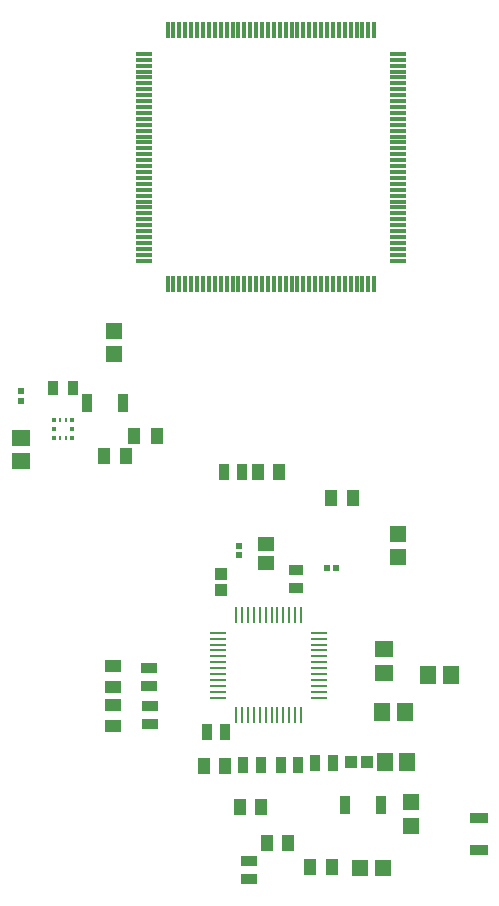
<source format=gtp>
G04*
G04 #@! TF.GenerationSoftware,Altium Limited,Altium Designer,24.10.1 (45)*
G04*
G04 Layer_Color=8421504*
%FSLAX44Y44*%
%MOMM*%
G71*
G04*
G04 #@! TF.SameCoordinates,DF843893-4558-481A-A0A7-994FBF74EE7B*
G04*
G04*
G04 #@! TF.FilePolarity,Positive*
G04*
G01*
G75*
%ADD15R,0.2500X1.3500*%
%ADD16R,1.3500X0.2500*%
%ADD17R,1.0000X1.3500*%
%ADD18R,1.3546X1.4621*%
%ADD19R,1.3549X1.5562*%
%ADD20R,0.5200X0.5200*%
%ADD21R,1.4057X1.5082*%
%ADD22R,0.9000X1.6000*%
%ADD23R,0.9500X1.3500*%
%ADD24R,1.3500X1.0000*%
%ADD25R,1.0500X1.0500*%
%ADD26R,1.3621X1.1578*%
%ADD27R,1.3500X0.9500*%
%ADD28R,1.0500X1.0500*%
%ADD29R,1.5562X1.3549*%
%ADD30R,0.5200X0.5200*%
%ADD31R,1.0065X1.4082*%
%ADD32R,1.4621X1.3546*%
%ADD33R,0.4500X0.3500*%
%ADD34R,0.3000X0.4000*%
%ADD35R,0.2500X0.4000*%
%ADD36R,1.4750X0.3000*%
%ADD37R,0.3000X1.4750*%
%ADD38R,0.5500X0.5500*%
%ADD39R,1.5500X0.9000*%
%ADD40R,0.8065X1.3082*%
%ADD41R,1.3000X0.9000*%
D15*
X385210Y157480D02*
D03*
X400210Y242480D02*
D03*
X405210D02*
D03*
X390210D02*
D03*
X415210D02*
D03*
X435210D02*
D03*
X430210D02*
D03*
X410210D02*
D03*
X425210D02*
D03*
X420210D02*
D03*
X395210D02*
D03*
X385210D02*
D03*
X390210Y157480D02*
D03*
X410210D02*
D03*
X395210D02*
D03*
X405210D02*
D03*
X400210D02*
D03*
X420210D02*
D03*
X415210D02*
D03*
X380210Y242480D02*
D03*
X435210Y157480D02*
D03*
X430210D02*
D03*
X425210D02*
D03*
X380210D02*
D03*
D16*
X365210Y172480D02*
D03*
Y212480D02*
D03*
Y207480D02*
D03*
X450210Y227480D02*
D03*
Y222480D02*
D03*
Y172480D02*
D03*
Y177480D02*
D03*
Y182480D02*
D03*
Y187480D02*
D03*
Y192480D02*
D03*
Y197480D02*
D03*
Y202480D02*
D03*
Y207480D02*
D03*
Y212480D02*
D03*
Y217480D02*
D03*
X365210Y177480D02*
D03*
Y187480D02*
D03*
Y182480D02*
D03*
Y192480D02*
D03*
Y202480D02*
D03*
Y197480D02*
D03*
Y217480D02*
D03*
Y222480D02*
D03*
Y227480D02*
D03*
D17*
X406180Y49530D02*
D03*
X424180D02*
D03*
X416670Y363220D02*
D03*
X398670D02*
D03*
X443120Y29210D02*
D03*
X461120D02*
D03*
X401430Y80010D02*
D03*
X383430D02*
D03*
X370950Y114300D02*
D03*
X352950D02*
D03*
X460900Y341630D02*
D03*
X478900D02*
D03*
D18*
X504190Y27940D02*
D03*
X484674D02*
D03*
D19*
X522836Y160020D02*
D03*
X503324D02*
D03*
X562206Y191770D02*
D03*
X542693D02*
D03*
D20*
X456820Y281940D02*
D03*
X464820D02*
D03*
D21*
X506358Y118110D02*
D03*
X524882D02*
D03*
D22*
X472180Y81280D02*
D03*
X503180D02*
D03*
X284740Y421640D02*
D03*
X253740D02*
D03*
D23*
X355600Y143510D02*
D03*
X370600D02*
D03*
X369810Y363220D02*
D03*
X384810D02*
D03*
X447160Y116840D02*
D03*
X462160D02*
D03*
X432950Y115570D02*
D03*
X417950D02*
D03*
X386200D02*
D03*
X401200D02*
D03*
D24*
X275590Y148480D02*
D03*
Y166480D02*
D03*
Y181500D02*
D03*
Y199500D02*
D03*
D25*
X367030Y263360D02*
D03*
Y276860D02*
D03*
D26*
X405130Y302912D02*
D03*
Y286368D02*
D03*
D27*
X391160Y34170D02*
D03*
Y19170D02*
D03*
X307340Y165100D02*
D03*
Y150100D02*
D03*
X306566Y182480D02*
D03*
Y197480D02*
D03*
D28*
X490620Y118110D02*
D03*
X477120D02*
D03*
D29*
X198120Y392026D02*
D03*
Y372514D02*
D03*
X505460Y193847D02*
D03*
Y213360D02*
D03*
D30*
X382270Y293370D02*
D03*
Y301370D02*
D03*
D31*
X268003Y377190D02*
D03*
X287020D02*
D03*
X294021Y393700D02*
D03*
X313039D02*
D03*
D32*
X276860Y483066D02*
D03*
Y463550D02*
D03*
X528320Y83820D02*
D03*
Y64304D02*
D03*
X516890Y291634D02*
D03*
Y311150D02*
D03*
D33*
X226140Y399920D02*
D03*
X241140D02*
D03*
D34*
Y407670D02*
D03*
X226140D02*
D03*
Y392170D02*
D03*
X241140D02*
D03*
D35*
X236140Y407670D02*
D03*
X231140D02*
D03*
Y392170D02*
D03*
X236140D02*
D03*
D36*
X302260Y717620D02*
D03*
X517020D02*
D03*
Y712620D02*
D03*
Y707620D02*
D03*
Y702620D02*
D03*
Y697620D02*
D03*
Y692620D02*
D03*
Y687620D02*
D03*
Y682620D02*
D03*
Y677620D02*
D03*
Y672620D02*
D03*
Y667620D02*
D03*
Y662620D02*
D03*
Y657620D02*
D03*
Y652620D02*
D03*
Y647620D02*
D03*
Y642620D02*
D03*
Y637620D02*
D03*
Y632620D02*
D03*
Y627620D02*
D03*
Y622620D02*
D03*
Y617620D02*
D03*
Y612620D02*
D03*
Y607620D02*
D03*
Y602620D02*
D03*
Y597620D02*
D03*
Y592620D02*
D03*
Y587620D02*
D03*
Y582620D02*
D03*
Y577620D02*
D03*
Y572620D02*
D03*
Y567620D02*
D03*
Y562620D02*
D03*
Y557620D02*
D03*
Y552620D02*
D03*
Y547620D02*
D03*
Y542620D02*
D03*
X302260D02*
D03*
Y547620D02*
D03*
Y552620D02*
D03*
Y557620D02*
D03*
Y562620D02*
D03*
Y567620D02*
D03*
Y572620D02*
D03*
Y577620D02*
D03*
Y582620D02*
D03*
Y587620D02*
D03*
Y592620D02*
D03*
Y597620D02*
D03*
Y602620D02*
D03*
Y607620D02*
D03*
Y612620D02*
D03*
Y617620D02*
D03*
Y622620D02*
D03*
Y627620D02*
D03*
Y632620D02*
D03*
Y637620D02*
D03*
Y642620D02*
D03*
Y647620D02*
D03*
Y652620D02*
D03*
Y657620D02*
D03*
Y662620D02*
D03*
Y667620D02*
D03*
Y672620D02*
D03*
Y677620D02*
D03*
Y682620D02*
D03*
Y687620D02*
D03*
Y692620D02*
D03*
Y697620D02*
D03*
Y702620D02*
D03*
Y707620D02*
D03*
Y712620D02*
D03*
D37*
X322140Y737500D02*
D03*
X327140D02*
D03*
X332140D02*
D03*
X337140D02*
D03*
X342140D02*
D03*
X347140D02*
D03*
X352140D02*
D03*
X357140D02*
D03*
X362140D02*
D03*
X367140D02*
D03*
X372140D02*
D03*
X377140D02*
D03*
X382140D02*
D03*
X387140D02*
D03*
X392140D02*
D03*
X397140D02*
D03*
X402140D02*
D03*
X407140D02*
D03*
X412140D02*
D03*
X417140D02*
D03*
X422140D02*
D03*
X427140D02*
D03*
X432140D02*
D03*
X437140D02*
D03*
X442140D02*
D03*
X447140D02*
D03*
X452140D02*
D03*
X457140D02*
D03*
X462140D02*
D03*
X467140D02*
D03*
X472140D02*
D03*
X477140D02*
D03*
X482140D02*
D03*
X487140D02*
D03*
X492140D02*
D03*
X497140D02*
D03*
Y522740D02*
D03*
X492140D02*
D03*
X487140D02*
D03*
X482140D02*
D03*
X477140D02*
D03*
X472140D02*
D03*
X467140D02*
D03*
X462140D02*
D03*
X457140D02*
D03*
X452140D02*
D03*
X447140D02*
D03*
X442140D02*
D03*
X437140D02*
D03*
X432140D02*
D03*
X427140D02*
D03*
X422140D02*
D03*
X417140D02*
D03*
X412140D02*
D03*
X407140D02*
D03*
X402140D02*
D03*
X397140D02*
D03*
X392140D02*
D03*
X387140D02*
D03*
X382140D02*
D03*
X377140D02*
D03*
X372140D02*
D03*
X367140D02*
D03*
X362140D02*
D03*
X357140D02*
D03*
X352140D02*
D03*
X347140D02*
D03*
X342140D02*
D03*
X337140D02*
D03*
X332140D02*
D03*
X327140D02*
D03*
X322140D02*
D03*
D38*
X198120Y432490D02*
D03*
Y423490D02*
D03*
D39*
X585470Y43900D02*
D03*
Y70400D02*
D03*
D40*
X241807Y434340D02*
D03*
X224790D02*
D03*
D41*
X430530Y280800D02*
D03*
Y265300D02*
D03*
M02*

</source>
